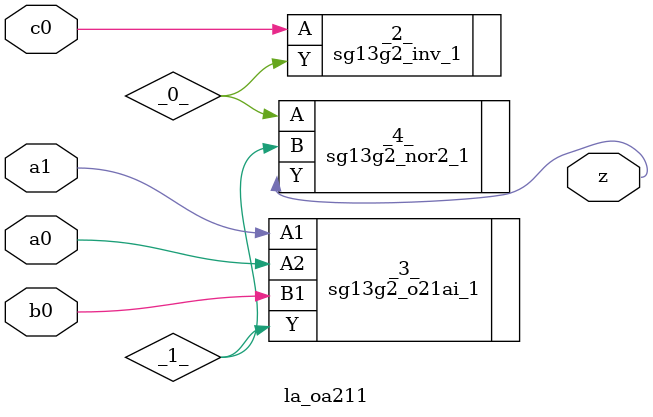
<source format=v>

/* Generated by Yosys 0.44 (git sha1 80ba43d26, g++ 11.4.0-1ubuntu1~22.04 -fPIC -O3) */

(* top =  1  *)
(* src = "generated" *)
module la_oa211 (
    a0,
    a1,
    b0,
    c0,
    z
);
  wire _0_;
  wire _1_;
  (* src = "generated" *)
  input a0;
  wire a0;
  (* src = "generated" *)
  input a1;
  wire a1;
  (* src = "generated" *)
  input b0;
  wire b0;
  (* src = "generated" *)
  input c0;
  wire c0;
  (* src = "generated" *)
  output z;
  wire z;
  sg13g2_inv_1 _2_ (
      .A(c0),
      .Y(_0_)
  );
  sg13g2_o21ai_1 _3_ (
      .A1(a1),
      .A2(a0),
      .B1(b0),
      .Y (_1_)
  );
  sg13g2_nor2_1 _4_ (
      .A(_0_),
      .B(_1_),
      .Y(z)
  );
endmodule

</source>
